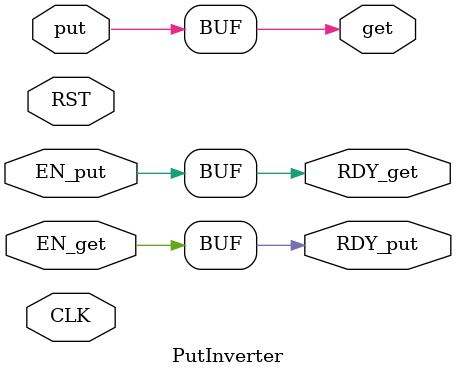
<source format=v>


// The above copyright notice and this permission notice shall be
// included in all copies or substantial portions of the Software.

// THE SOFTWARE IS PROVIDED "AS IS", WITHOUT WARRANTY OF ANY KIND,
// EXPRESS OR IMPLIED, INCLUDING BUT NOT LIMITED TO THE WARRANTIES OF
// MERCHANTABILITY, FITNESS FOR A PARTICULAR PURPOSE AND
// NONINFRINGEMENT. IN NO EVENT SHALL THE AUTHORS OR COPYRIGHT HOLDERS
// BE LIABLE FOR ANY CLAIM, DAMAGES OR OTHER LIABILITY, WHETHER IN AN
// ACTION OF CONTRACT, TORT OR OTHERWISE, ARISING FROM, OUT OF OR IN
// CONNECTION WITH THE SOFTWARE OR THE USE OR OTHER DEALINGS IN THE
// SOFTWARE.

`ifdef BSV_ASSIGNMENT_DELAY
`else
  `define BSV_ASSIGNMENT_DELAY
`endif

`ifdef BSV_POSITIVE_RESET
  `define BSV_RESET_VALUE 1'b1
  `define BSV_RESET_EDGE posedge
`else
  `define BSV_RESET_VALUE 1'b0
  `define BSV_RESET_EDGE negedge
`endif

module PutInverter(CLK,
		  RST,

		  put,
		  EN_put,
		  RDY_put,

		  get,
		  EN_get,
		  RDY_get
		  );
   parameter DATA_WIDTH = 1;

   input CLK;
   input RST;
   output [DATA_WIDTH-1 : 0] get;
   input  [DATA_WIDTH-1 : 0] put;
   input 		   EN_get;
   input 		   EN_put;
   output 		   RDY_get;
   output 		   RDY_put;

   // will this work?
   assign get = put;
   assign RDY_get = EN_put;
   assign RDY_put = EN_get;
endmodule // PutInverter

</source>
